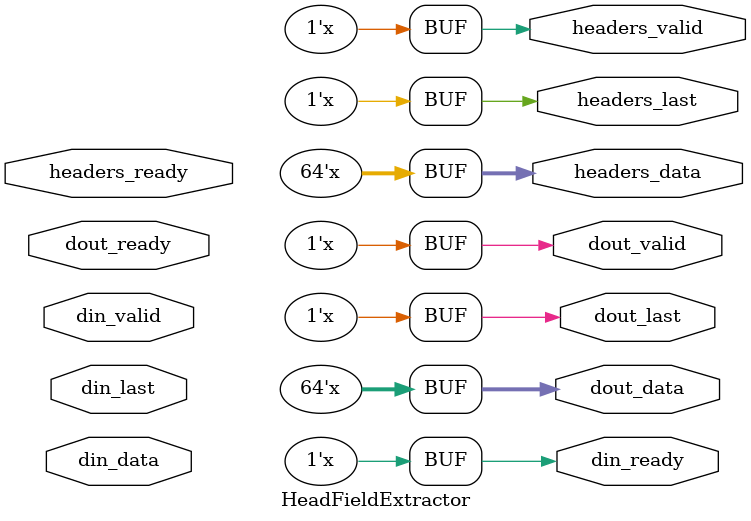
<source format=v>
module HeadFieldExtractor (
    input wire[63:0] din_data,
    input wire din_last,
    output wire din_ready,
    input wire din_valid,
    output wire[63:0] dout_data,
    output wire dout_last,
    input wire dout_ready,
    output wire dout_valid,
    output wire[63:0] headers_data,
    output wire headers_last,
    input wire headers_ready,
    output wire headers_valid
);
    assign din_ready = 1'bx;
    assign dout_data = 64'bxxxxxxxxxxxxxxxxxxxxxxxxxxxxxxxxxxxxxxxxxxxxxxxxxxxxxxxxxxxxxxxx;
    assign dout_last = 1'bx;
    assign dout_valid = 1'bx;
    assign headers_data = 64'bxxxxxxxxxxxxxxxxxxxxxxxxxxxxxxxxxxxxxxxxxxxxxxxxxxxxxxxxxxxxxxxx;
    assign headers_last = 1'bx;
    assign headers_valid = 1'bx;
endmodule
</source>
